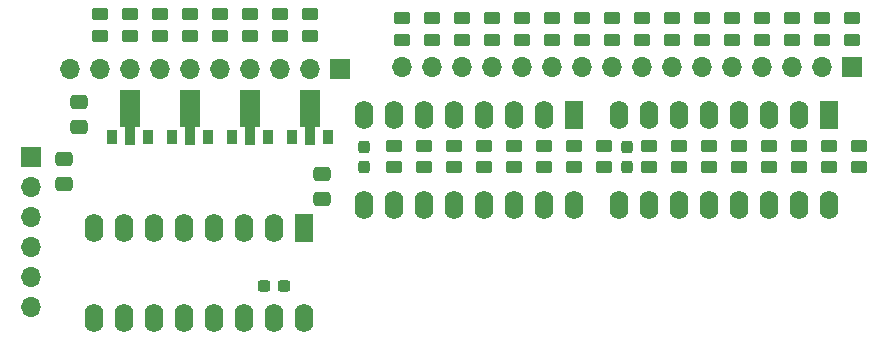
<source format=gbr>
%TF.GenerationSoftware,KiCad,Pcbnew,(7.0.0)*%
%TF.CreationDate,2023-09-21T15:04:23+02:00*%
%TF.ProjectId,hall_sensor_matrix_v2,68616c6c-5f73-4656-9e73-6f725f6d6174,rev?*%
%TF.SameCoordinates,Original*%
%TF.FileFunction,Soldermask,Bot*%
%TF.FilePolarity,Negative*%
%FSLAX46Y46*%
G04 Gerber Fmt 4.6, Leading zero omitted, Abs format (unit mm)*
G04 Created by KiCad (PCBNEW (7.0.0)) date 2023-09-21 15:04:23*
%MOMM*%
%LPD*%
G01*
G04 APERTURE LIST*
G04 Aperture macros list*
%AMRoundRect*
0 Rectangle with rounded corners*
0 $1 Rounding radius*
0 $2 $3 $4 $5 $6 $7 $8 $9 X,Y pos of 4 corners*
0 Add a 4 corners polygon primitive as box body*
4,1,4,$2,$3,$4,$5,$6,$7,$8,$9,$2,$3,0*
0 Add four circle primitives for the rounded corners*
1,1,$1+$1,$2,$3*
1,1,$1+$1,$4,$5*
1,1,$1+$1,$6,$7*
1,1,$1+$1,$8,$9*
0 Add four rect primitives between the rounded corners*
20,1,$1+$1,$2,$3,$4,$5,0*
20,1,$1+$1,$4,$5,$6,$7,0*
20,1,$1+$1,$6,$7,$8,$9,0*
20,1,$1+$1,$8,$9,$2,$3,0*%
%AMFreePoly0*
4,1,9,3.862500,-0.866500,0.737500,-0.866500,0.737500,-0.450000,-0.737500,-0.450000,-0.737500,0.450000,0.737500,0.450000,0.737500,0.866500,3.862500,0.866500,3.862500,-0.866500,3.862500,-0.866500,$1*%
G04 Aperture macros list end*
%ADD10R,1.600000X2.400000*%
%ADD11O,1.600000X2.400000*%
%ADD12R,1.700000X1.700000*%
%ADD13O,1.700000X1.700000*%
%ADD14RoundRect,0.237500X0.237500X-0.300000X0.237500X0.300000X-0.237500X0.300000X-0.237500X-0.300000X0*%
%ADD15RoundRect,0.250000X0.450000X-0.262500X0.450000X0.262500X-0.450000X0.262500X-0.450000X-0.262500X0*%
%ADD16RoundRect,0.250000X-0.450000X0.262500X-0.450000X-0.262500X0.450000X-0.262500X0.450000X0.262500X0*%
%ADD17RoundRect,0.250000X0.475000X-0.337500X0.475000X0.337500X-0.475000X0.337500X-0.475000X-0.337500X0*%
%ADD18R,0.900000X1.300000*%
%ADD19FreePoly0,90.000000*%
%ADD20RoundRect,0.237500X0.300000X0.237500X-0.300000X0.237500X-0.300000X-0.237500X0.300000X-0.237500X0*%
G04 APERTURE END LIST*
D10*
%TO.C,U1*%
X98199999Y-105931499D03*
D11*
X95659999Y-105931499D03*
X93119999Y-105931499D03*
X90579999Y-105931499D03*
X88039999Y-105931499D03*
X85499999Y-105931499D03*
X82959999Y-105931499D03*
X80419999Y-105931499D03*
X80419999Y-113551499D03*
X82959999Y-113551499D03*
X85499999Y-113551499D03*
X88039999Y-113551499D03*
X90579999Y-113551499D03*
X93119999Y-113551499D03*
X95659999Y-113551499D03*
X98199999Y-113551499D03*
%TD*%
D12*
%TO.C,J3*%
X144554999Y-92299999D03*
D13*
X142014999Y-92299999D03*
X139474999Y-92299999D03*
X136934999Y-92299999D03*
X134394999Y-92299999D03*
X131854999Y-92299999D03*
X129314999Y-92299999D03*
X126774999Y-92299999D03*
X124234999Y-92299999D03*
X121694999Y-92299999D03*
X119154999Y-92299999D03*
X116614999Y-92299999D03*
X114074999Y-92299999D03*
X111534999Y-92299999D03*
X108994999Y-92299999D03*
X106454999Y-92299999D03*
%TD*%
D10*
%TO.C,U3*%
X121044999Y-96363999D03*
D11*
X118504999Y-96363999D03*
X115964999Y-96363999D03*
X113424999Y-96363999D03*
X110884999Y-96363999D03*
X108344999Y-96363999D03*
X105804999Y-96363999D03*
X103264999Y-96363999D03*
X103264999Y-103983999D03*
X105804999Y-103983999D03*
X108344999Y-103983999D03*
X110884999Y-103983999D03*
X113424999Y-103983999D03*
X115964999Y-103983999D03*
X118504999Y-103983999D03*
X121044999Y-103983999D03*
%TD*%
D10*
%TO.C,U2*%
X142634999Y-96363999D03*
D11*
X140094999Y-96363999D03*
X137554999Y-96363999D03*
X135014999Y-96363999D03*
X132474999Y-96363999D03*
X129934999Y-96363999D03*
X127394999Y-96363999D03*
X124854999Y-96363999D03*
X124854999Y-103983999D03*
X127394999Y-103983999D03*
X129934999Y-103983999D03*
X132474999Y-103983999D03*
X135014999Y-103983999D03*
X137554999Y-103983999D03*
X140094999Y-103983999D03*
X142634999Y-103983999D03*
%TD*%
D12*
%TO.C,J1*%
X75085999Y-99919999D03*
D13*
X75085999Y-102459999D03*
X75085999Y-104999999D03*
X75085999Y-107539999D03*
X75085999Y-110079999D03*
X75085999Y-112619999D03*
%TD*%
D12*
%TO.C,J2*%
X101247999Y-92469499D03*
D13*
X98707999Y-92469499D03*
X96167999Y-92469499D03*
X93627999Y-92469499D03*
X91087999Y-92469499D03*
X88547999Y-92469499D03*
X86007999Y-92469499D03*
X83467999Y-92469499D03*
X80927999Y-92469499D03*
X78387999Y-92469499D03*
%TD*%
D14*
%TO.C,C1*%
X103280000Y-100782500D03*
X103280000Y-99057500D03*
%TD*%
D15*
%TO.C,R20*%
X137570000Y-100832500D03*
X137570000Y-99007500D03*
%TD*%
%TO.C,R43*%
X119155000Y-90037500D03*
X119155000Y-88212500D03*
%TD*%
D16*
%TO.C,R11*%
X86008000Y-87847500D03*
X86008000Y-89672500D03*
%TD*%
D15*
%TO.C,R39*%
X129315000Y-90037500D03*
X129315000Y-88212500D03*
%TD*%
%TO.C,R46*%
X111570000Y-90037500D03*
X111570000Y-88212500D03*
%TD*%
D17*
%TO.C,C2*%
X77880000Y-102227500D03*
X77880000Y-100152500D03*
%TD*%
D15*
%TO.C,R29*%
X113440000Y-100832500D03*
X113440000Y-99007500D03*
%TD*%
D16*
%TO.C,R3*%
X96168000Y-87847500D03*
X96168000Y-89672500D03*
%TD*%
D15*
%TO.C,R48*%
X106455000Y-90037500D03*
X106455000Y-88212500D03*
%TD*%
D16*
%TO.C,R7*%
X91088000Y-87847500D03*
X91088000Y-89672500D03*
%TD*%
D15*
%TO.C,R42*%
X121695000Y-90037500D03*
X121695000Y-88212500D03*
%TD*%
%TO.C,R33*%
X144555000Y-90037500D03*
X144555000Y-88212500D03*
%TD*%
%TO.C,R18*%
X142650000Y-100832500D03*
X142650000Y-99007500D03*
%TD*%
%TO.C,R24*%
X127410000Y-100832500D03*
X127410000Y-99007500D03*
%TD*%
%TO.C,R40*%
X126775000Y-90037500D03*
X126775000Y-88212500D03*
%TD*%
%TO.C,R37*%
X134395000Y-90037500D03*
X134395000Y-88212500D03*
%TD*%
%TO.C,R22*%
X132490000Y-100832500D03*
X132490000Y-99007500D03*
%TD*%
D14*
%TO.C,C5*%
X125505000Y-100782500D03*
X125505000Y-99057500D03*
%TD*%
D15*
%TO.C,R25*%
X123600000Y-100832500D03*
X123600000Y-99007500D03*
%TD*%
%TO.C,R32*%
X105820000Y-100832500D03*
X105820000Y-99007500D03*
%TD*%
%TO.C,R23*%
X129950000Y-100832500D03*
X129950000Y-99007500D03*
%TD*%
%TO.C,R45*%
X114110000Y-90037500D03*
X114110000Y-88212500D03*
%TD*%
%TO.C,R34*%
X142015000Y-90037500D03*
X142015000Y-88212500D03*
%TD*%
D18*
%TO.C,Q1*%
X100207999Y-98229499D03*
D19*
X98708000Y-98142000D03*
D18*
X97207999Y-98229499D03*
%TD*%
D15*
%TO.C,R19*%
X140110000Y-100832500D03*
X140110000Y-99007500D03*
%TD*%
D18*
%TO.C,Q3*%
X95127999Y-98229499D03*
D19*
X93628000Y-98142000D03*
D18*
X92127999Y-98229499D03*
%TD*%
D15*
%TO.C,R27*%
X118520000Y-100832500D03*
X118520000Y-99007500D03*
%TD*%
%TO.C,R31*%
X108360000Y-100832500D03*
X108360000Y-99007500D03*
%TD*%
D17*
%TO.C,C4*%
X99724000Y-103497500D03*
X99724000Y-101422500D03*
%TD*%
D15*
%TO.C,R47*%
X109030000Y-90037500D03*
X109030000Y-88212500D03*
%TD*%
%TO.C,R17*%
X145190000Y-100832500D03*
X145190000Y-99007500D03*
%TD*%
D16*
%TO.C,R13*%
X83468000Y-87847500D03*
X83468000Y-89672500D03*
%TD*%
D15*
%TO.C,R38*%
X131855000Y-90037500D03*
X131855000Y-88212500D03*
%TD*%
D16*
%TO.C,R1*%
X98708000Y-87847500D03*
X98708000Y-89672500D03*
%TD*%
D18*
%TO.C,Q7*%
X84967999Y-98229499D03*
D19*
X83468000Y-98142000D03*
D18*
X81967999Y-98229499D03*
%TD*%
D15*
%TO.C,R44*%
X116615000Y-90037500D03*
X116615000Y-88212500D03*
%TD*%
%TO.C,R30*%
X110900000Y-100832500D03*
X110900000Y-99007500D03*
%TD*%
%TO.C,R26*%
X121060000Y-100832500D03*
X121060000Y-99007500D03*
%TD*%
D16*
%TO.C,R5*%
X93628000Y-87847500D03*
X93628000Y-89672500D03*
%TD*%
D15*
%TO.C,R41*%
X124235000Y-90037500D03*
X124235000Y-88212500D03*
%TD*%
D17*
%TO.C,C6*%
X79150000Y-97401500D03*
X79150000Y-95326500D03*
%TD*%
D18*
%TO.C,Q5*%
X90047999Y-98229499D03*
D19*
X88548000Y-98142000D03*
D18*
X87047999Y-98229499D03*
%TD*%
D20*
%TO.C,C3*%
X96522500Y-110842000D03*
X94797500Y-110842000D03*
%TD*%
D15*
%TO.C,R35*%
X139475000Y-90037500D03*
X139475000Y-88212500D03*
%TD*%
%TO.C,R21*%
X135030000Y-100832500D03*
X135030000Y-99007500D03*
%TD*%
%TO.C,R36*%
X136935000Y-90037500D03*
X136935000Y-88212500D03*
%TD*%
D16*
%TO.C,R9*%
X88548000Y-87847500D03*
X88548000Y-89672500D03*
%TD*%
%TO.C,R15*%
X80928000Y-87847500D03*
X80928000Y-89672500D03*
%TD*%
D15*
%TO.C,R28*%
X115980000Y-100832500D03*
X115980000Y-99007500D03*
%TD*%
M02*

</source>
